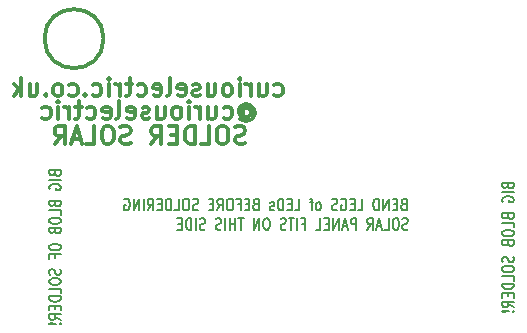
<source format=gbr>
%TF.GenerationSoftware,KiCad,Pcbnew,8.0.3*%
%TF.CreationDate,2024-06-26T10:22:25+01:00*%
%TF.ProjectId,SolderSolar,536f6c64-6572-4536-9f6c-61722e6b6963,rev?*%
%TF.SameCoordinates,PX6350ce0PY463f660*%
%TF.FileFunction,Legend,Bot*%
%TF.FilePolarity,Positive*%
%FSLAX46Y46*%
G04 Gerber Fmt 4.6, Leading zero omitted, Abs format (unit mm)*
G04 Created by KiCad (PCBNEW 8.0.3) date 2024-06-26 10:22:25*
%MOMM*%
%LPD*%
G01*
G04 APERTURE LIST*
%ADD10C,0.150000*%
%ADD11C,0.300000*%
G04 APERTURE END LIST*
D10*
X44635009Y20401905D02*
X44682628Y20287619D01*
X44682628Y20287619D02*
X44730247Y20249524D01*
X44730247Y20249524D02*
X44825485Y20211428D01*
X44825485Y20211428D02*
X44968342Y20211428D01*
X44968342Y20211428D02*
X45063580Y20249524D01*
X45063580Y20249524D02*
X45111200Y20287619D01*
X45111200Y20287619D02*
X45158819Y20363809D01*
X45158819Y20363809D02*
X45158819Y20668571D01*
X45158819Y20668571D02*
X44158819Y20668571D01*
X44158819Y20668571D02*
X44158819Y20401905D01*
X44158819Y20401905D02*
X44206438Y20325714D01*
X44206438Y20325714D02*
X44254057Y20287619D01*
X44254057Y20287619D02*
X44349295Y20249524D01*
X44349295Y20249524D02*
X44444533Y20249524D01*
X44444533Y20249524D02*
X44539771Y20287619D01*
X44539771Y20287619D02*
X44587390Y20325714D01*
X44587390Y20325714D02*
X44635009Y20401905D01*
X44635009Y20401905D02*
X44635009Y20668571D01*
X45158819Y19868571D02*
X44158819Y19868571D01*
X44206438Y19068572D02*
X44158819Y19144762D01*
X44158819Y19144762D02*
X44158819Y19259048D01*
X44158819Y19259048D02*
X44206438Y19373334D01*
X44206438Y19373334D02*
X44301676Y19449524D01*
X44301676Y19449524D02*
X44396914Y19487619D01*
X44396914Y19487619D02*
X44587390Y19525715D01*
X44587390Y19525715D02*
X44730247Y19525715D01*
X44730247Y19525715D02*
X44920723Y19487619D01*
X44920723Y19487619D02*
X45015961Y19449524D01*
X45015961Y19449524D02*
X45111200Y19373334D01*
X45111200Y19373334D02*
X45158819Y19259048D01*
X45158819Y19259048D02*
X45158819Y19182857D01*
X45158819Y19182857D02*
X45111200Y19068572D01*
X45111200Y19068572D02*
X45063580Y19030476D01*
X45063580Y19030476D02*
X44730247Y19030476D01*
X44730247Y19030476D02*
X44730247Y19182857D01*
X44635009Y17811429D02*
X44682628Y17697143D01*
X44682628Y17697143D02*
X44730247Y17659048D01*
X44730247Y17659048D02*
X44825485Y17620952D01*
X44825485Y17620952D02*
X44968342Y17620952D01*
X44968342Y17620952D02*
X45063580Y17659048D01*
X45063580Y17659048D02*
X45111200Y17697143D01*
X45111200Y17697143D02*
X45158819Y17773333D01*
X45158819Y17773333D02*
X45158819Y18078095D01*
X45158819Y18078095D02*
X44158819Y18078095D01*
X44158819Y18078095D02*
X44158819Y17811429D01*
X44158819Y17811429D02*
X44206438Y17735238D01*
X44206438Y17735238D02*
X44254057Y17697143D01*
X44254057Y17697143D02*
X44349295Y17659048D01*
X44349295Y17659048D02*
X44444533Y17659048D01*
X44444533Y17659048D02*
X44539771Y17697143D01*
X44539771Y17697143D02*
X44587390Y17735238D01*
X44587390Y17735238D02*
X44635009Y17811429D01*
X44635009Y17811429D02*
X44635009Y18078095D01*
X45158819Y16897143D02*
X45158819Y17278095D01*
X45158819Y17278095D02*
X44158819Y17278095D01*
X44158819Y16478095D02*
X44158819Y16325714D01*
X44158819Y16325714D02*
X44206438Y16249524D01*
X44206438Y16249524D02*
X44301676Y16173333D01*
X44301676Y16173333D02*
X44492152Y16135238D01*
X44492152Y16135238D02*
X44825485Y16135238D01*
X44825485Y16135238D02*
X45015961Y16173333D01*
X45015961Y16173333D02*
X45111200Y16249524D01*
X45111200Y16249524D02*
X45158819Y16325714D01*
X45158819Y16325714D02*
X45158819Y16478095D01*
X45158819Y16478095D02*
X45111200Y16554286D01*
X45111200Y16554286D02*
X45015961Y16630476D01*
X45015961Y16630476D02*
X44825485Y16668572D01*
X44825485Y16668572D02*
X44492152Y16668572D01*
X44492152Y16668572D02*
X44301676Y16630476D01*
X44301676Y16630476D02*
X44206438Y16554286D01*
X44206438Y16554286D02*
X44158819Y16478095D01*
X44635009Y15525715D02*
X44682628Y15411429D01*
X44682628Y15411429D02*
X44730247Y15373334D01*
X44730247Y15373334D02*
X44825485Y15335238D01*
X44825485Y15335238D02*
X44968342Y15335238D01*
X44968342Y15335238D02*
X45063580Y15373334D01*
X45063580Y15373334D02*
X45111200Y15411429D01*
X45111200Y15411429D02*
X45158819Y15487619D01*
X45158819Y15487619D02*
X45158819Y15792381D01*
X45158819Y15792381D02*
X44158819Y15792381D01*
X44158819Y15792381D02*
X44158819Y15525715D01*
X44158819Y15525715D02*
X44206438Y15449524D01*
X44206438Y15449524D02*
X44254057Y15411429D01*
X44254057Y15411429D02*
X44349295Y15373334D01*
X44349295Y15373334D02*
X44444533Y15373334D01*
X44444533Y15373334D02*
X44539771Y15411429D01*
X44539771Y15411429D02*
X44587390Y15449524D01*
X44587390Y15449524D02*
X44635009Y15525715D01*
X44635009Y15525715D02*
X44635009Y15792381D01*
X45111200Y14420953D02*
X45158819Y14306667D01*
X45158819Y14306667D02*
X45158819Y14116191D01*
X45158819Y14116191D02*
X45111200Y14040000D01*
X45111200Y14040000D02*
X45063580Y14001905D01*
X45063580Y14001905D02*
X44968342Y13963810D01*
X44968342Y13963810D02*
X44873104Y13963810D01*
X44873104Y13963810D02*
X44777866Y14001905D01*
X44777866Y14001905D02*
X44730247Y14040000D01*
X44730247Y14040000D02*
X44682628Y14116191D01*
X44682628Y14116191D02*
X44635009Y14268572D01*
X44635009Y14268572D02*
X44587390Y14344762D01*
X44587390Y14344762D02*
X44539771Y14382857D01*
X44539771Y14382857D02*
X44444533Y14420953D01*
X44444533Y14420953D02*
X44349295Y14420953D01*
X44349295Y14420953D02*
X44254057Y14382857D01*
X44254057Y14382857D02*
X44206438Y14344762D01*
X44206438Y14344762D02*
X44158819Y14268572D01*
X44158819Y14268572D02*
X44158819Y14078095D01*
X44158819Y14078095D02*
X44206438Y13963810D01*
X44158819Y13468571D02*
X44158819Y13316190D01*
X44158819Y13316190D02*
X44206438Y13240000D01*
X44206438Y13240000D02*
X44301676Y13163809D01*
X44301676Y13163809D02*
X44492152Y13125714D01*
X44492152Y13125714D02*
X44825485Y13125714D01*
X44825485Y13125714D02*
X45015961Y13163809D01*
X45015961Y13163809D02*
X45111200Y13240000D01*
X45111200Y13240000D02*
X45158819Y13316190D01*
X45158819Y13316190D02*
X45158819Y13468571D01*
X45158819Y13468571D02*
X45111200Y13544762D01*
X45111200Y13544762D02*
X45015961Y13620952D01*
X45015961Y13620952D02*
X44825485Y13659048D01*
X44825485Y13659048D02*
X44492152Y13659048D01*
X44492152Y13659048D02*
X44301676Y13620952D01*
X44301676Y13620952D02*
X44206438Y13544762D01*
X44206438Y13544762D02*
X44158819Y13468571D01*
X45158819Y12401905D02*
X45158819Y12782857D01*
X45158819Y12782857D02*
X44158819Y12782857D01*
X45158819Y12135238D02*
X44158819Y12135238D01*
X44158819Y12135238D02*
X44158819Y11944762D01*
X44158819Y11944762D02*
X44206438Y11830476D01*
X44206438Y11830476D02*
X44301676Y11754286D01*
X44301676Y11754286D02*
X44396914Y11716191D01*
X44396914Y11716191D02*
X44587390Y11678095D01*
X44587390Y11678095D02*
X44730247Y11678095D01*
X44730247Y11678095D02*
X44920723Y11716191D01*
X44920723Y11716191D02*
X45015961Y11754286D01*
X45015961Y11754286D02*
X45111200Y11830476D01*
X45111200Y11830476D02*
X45158819Y11944762D01*
X45158819Y11944762D02*
X45158819Y12135238D01*
X44635009Y11335238D02*
X44635009Y11068572D01*
X45158819Y10954286D02*
X45158819Y11335238D01*
X45158819Y11335238D02*
X44158819Y11335238D01*
X44158819Y11335238D02*
X44158819Y10954286D01*
X45158819Y10154285D02*
X44682628Y10420952D01*
X45158819Y10611428D02*
X44158819Y10611428D01*
X44158819Y10611428D02*
X44158819Y10306666D01*
X44158819Y10306666D02*
X44206438Y10230476D01*
X44206438Y10230476D02*
X44254057Y10192381D01*
X44254057Y10192381D02*
X44349295Y10154285D01*
X44349295Y10154285D02*
X44492152Y10154285D01*
X44492152Y10154285D02*
X44587390Y10192381D01*
X44587390Y10192381D02*
X44635009Y10230476D01*
X44635009Y10230476D02*
X44682628Y10306666D01*
X44682628Y10306666D02*
X44682628Y10611428D01*
X45063580Y9811428D02*
X45111200Y9773333D01*
X45111200Y9773333D02*
X45158819Y9811428D01*
X45158819Y9811428D02*
X45111200Y9849524D01*
X45111200Y9849524D02*
X45063580Y9811428D01*
X45063580Y9811428D02*
X45158819Y9811428D01*
X44777866Y9811428D02*
X44206438Y9849524D01*
X44206438Y9849524D02*
X44158819Y9811428D01*
X44158819Y9811428D02*
X44206438Y9773333D01*
X44206438Y9773333D02*
X44777866Y9811428D01*
X44777866Y9811428D02*
X44158819Y9811428D01*
X35825239Y18864991D02*
X35710953Y18817372D01*
X35710953Y18817372D02*
X35672858Y18769753D01*
X35672858Y18769753D02*
X35634762Y18674515D01*
X35634762Y18674515D02*
X35634762Y18531658D01*
X35634762Y18531658D02*
X35672858Y18436420D01*
X35672858Y18436420D02*
X35710953Y18388800D01*
X35710953Y18388800D02*
X35787143Y18341181D01*
X35787143Y18341181D02*
X36091905Y18341181D01*
X36091905Y18341181D02*
X36091905Y19341181D01*
X36091905Y19341181D02*
X35825239Y19341181D01*
X35825239Y19341181D02*
X35749048Y19293562D01*
X35749048Y19293562D02*
X35710953Y19245943D01*
X35710953Y19245943D02*
X35672858Y19150705D01*
X35672858Y19150705D02*
X35672858Y19055467D01*
X35672858Y19055467D02*
X35710953Y18960229D01*
X35710953Y18960229D02*
X35749048Y18912610D01*
X35749048Y18912610D02*
X35825239Y18864991D01*
X35825239Y18864991D02*
X36091905Y18864991D01*
X35291905Y18864991D02*
X35025239Y18864991D01*
X34910953Y18341181D02*
X35291905Y18341181D01*
X35291905Y18341181D02*
X35291905Y19341181D01*
X35291905Y19341181D02*
X34910953Y19341181D01*
X34568095Y18341181D02*
X34568095Y19341181D01*
X34568095Y19341181D02*
X34110952Y18341181D01*
X34110952Y18341181D02*
X34110952Y19341181D01*
X33730000Y18341181D02*
X33730000Y19341181D01*
X33730000Y19341181D02*
X33539524Y19341181D01*
X33539524Y19341181D02*
X33425238Y19293562D01*
X33425238Y19293562D02*
X33349048Y19198324D01*
X33349048Y19198324D02*
X33310953Y19103086D01*
X33310953Y19103086D02*
X33272857Y18912610D01*
X33272857Y18912610D02*
X33272857Y18769753D01*
X33272857Y18769753D02*
X33310953Y18579277D01*
X33310953Y18579277D02*
X33349048Y18484039D01*
X33349048Y18484039D02*
X33425238Y18388800D01*
X33425238Y18388800D02*
X33539524Y18341181D01*
X33539524Y18341181D02*
X33730000Y18341181D01*
X31939524Y18341181D02*
X32320476Y18341181D01*
X32320476Y18341181D02*
X32320476Y19341181D01*
X31672857Y18864991D02*
X31406191Y18864991D01*
X31291905Y18341181D02*
X31672857Y18341181D01*
X31672857Y18341181D02*
X31672857Y19341181D01*
X31672857Y19341181D02*
X31291905Y19341181D01*
X30530000Y19293562D02*
X30606190Y19341181D01*
X30606190Y19341181D02*
X30720476Y19341181D01*
X30720476Y19341181D02*
X30834762Y19293562D01*
X30834762Y19293562D02*
X30910952Y19198324D01*
X30910952Y19198324D02*
X30949047Y19103086D01*
X30949047Y19103086D02*
X30987143Y18912610D01*
X30987143Y18912610D02*
X30987143Y18769753D01*
X30987143Y18769753D02*
X30949047Y18579277D01*
X30949047Y18579277D02*
X30910952Y18484039D01*
X30910952Y18484039D02*
X30834762Y18388800D01*
X30834762Y18388800D02*
X30720476Y18341181D01*
X30720476Y18341181D02*
X30644285Y18341181D01*
X30644285Y18341181D02*
X30530000Y18388800D01*
X30530000Y18388800D02*
X30491904Y18436420D01*
X30491904Y18436420D02*
X30491904Y18769753D01*
X30491904Y18769753D02*
X30644285Y18769753D01*
X30187143Y18388800D02*
X30072857Y18341181D01*
X30072857Y18341181D02*
X29882381Y18341181D01*
X29882381Y18341181D02*
X29806190Y18388800D01*
X29806190Y18388800D02*
X29768095Y18436420D01*
X29768095Y18436420D02*
X29730000Y18531658D01*
X29730000Y18531658D02*
X29730000Y18626896D01*
X29730000Y18626896D02*
X29768095Y18722134D01*
X29768095Y18722134D02*
X29806190Y18769753D01*
X29806190Y18769753D02*
X29882381Y18817372D01*
X29882381Y18817372D02*
X30034762Y18864991D01*
X30034762Y18864991D02*
X30110952Y18912610D01*
X30110952Y18912610D02*
X30149047Y18960229D01*
X30149047Y18960229D02*
X30187143Y19055467D01*
X30187143Y19055467D02*
X30187143Y19150705D01*
X30187143Y19150705D02*
X30149047Y19245943D01*
X30149047Y19245943D02*
X30110952Y19293562D01*
X30110952Y19293562D02*
X30034762Y19341181D01*
X30034762Y19341181D02*
X29844285Y19341181D01*
X29844285Y19341181D02*
X29730000Y19293562D01*
X28663333Y18341181D02*
X28739523Y18388800D01*
X28739523Y18388800D02*
X28777618Y18436420D01*
X28777618Y18436420D02*
X28815714Y18531658D01*
X28815714Y18531658D02*
X28815714Y18817372D01*
X28815714Y18817372D02*
X28777618Y18912610D01*
X28777618Y18912610D02*
X28739523Y18960229D01*
X28739523Y18960229D02*
X28663333Y19007848D01*
X28663333Y19007848D02*
X28549047Y19007848D01*
X28549047Y19007848D02*
X28472856Y18960229D01*
X28472856Y18960229D02*
X28434761Y18912610D01*
X28434761Y18912610D02*
X28396666Y18817372D01*
X28396666Y18817372D02*
X28396666Y18531658D01*
X28396666Y18531658D02*
X28434761Y18436420D01*
X28434761Y18436420D02*
X28472856Y18388800D01*
X28472856Y18388800D02*
X28549047Y18341181D01*
X28549047Y18341181D02*
X28663333Y18341181D01*
X28168094Y19007848D02*
X27863332Y19007848D01*
X28053808Y18341181D02*
X28053808Y19198324D01*
X28053808Y19198324D02*
X28015713Y19293562D01*
X28015713Y19293562D02*
X27939523Y19341181D01*
X27939523Y19341181D02*
X27863332Y19341181D01*
X26606189Y18341181D02*
X26987141Y18341181D01*
X26987141Y18341181D02*
X26987141Y19341181D01*
X26339522Y18864991D02*
X26072856Y18864991D01*
X25958570Y18341181D02*
X26339522Y18341181D01*
X26339522Y18341181D02*
X26339522Y19341181D01*
X26339522Y19341181D02*
X25958570Y19341181D01*
X25615712Y18341181D02*
X25615712Y19341181D01*
X25615712Y19341181D02*
X25425236Y19341181D01*
X25425236Y19341181D02*
X25310950Y19293562D01*
X25310950Y19293562D02*
X25234760Y19198324D01*
X25234760Y19198324D02*
X25196665Y19103086D01*
X25196665Y19103086D02*
X25158569Y18912610D01*
X25158569Y18912610D02*
X25158569Y18769753D01*
X25158569Y18769753D02*
X25196665Y18579277D01*
X25196665Y18579277D02*
X25234760Y18484039D01*
X25234760Y18484039D02*
X25310950Y18388800D01*
X25310950Y18388800D02*
X25425236Y18341181D01*
X25425236Y18341181D02*
X25615712Y18341181D01*
X24853808Y18388800D02*
X24777617Y18341181D01*
X24777617Y18341181D02*
X24625236Y18341181D01*
X24625236Y18341181D02*
X24549046Y18388800D01*
X24549046Y18388800D02*
X24510950Y18484039D01*
X24510950Y18484039D02*
X24510950Y18531658D01*
X24510950Y18531658D02*
X24549046Y18626896D01*
X24549046Y18626896D02*
X24625236Y18674515D01*
X24625236Y18674515D02*
X24739522Y18674515D01*
X24739522Y18674515D02*
X24815712Y18722134D01*
X24815712Y18722134D02*
X24853808Y18817372D01*
X24853808Y18817372D02*
X24853808Y18864991D01*
X24853808Y18864991D02*
X24815712Y18960229D01*
X24815712Y18960229D02*
X24739522Y19007848D01*
X24739522Y19007848D02*
X24625236Y19007848D01*
X24625236Y19007848D02*
X24549046Y18960229D01*
X23291903Y18864991D02*
X23177617Y18817372D01*
X23177617Y18817372D02*
X23139522Y18769753D01*
X23139522Y18769753D02*
X23101426Y18674515D01*
X23101426Y18674515D02*
X23101426Y18531658D01*
X23101426Y18531658D02*
X23139522Y18436420D01*
X23139522Y18436420D02*
X23177617Y18388800D01*
X23177617Y18388800D02*
X23253807Y18341181D01*
X23253807Y18341181D02*
X23558569Y18341181D01*
X23558569Y18341181D02*
X23558569Y19341181D01*
X23558569Y19341181D02*
X23291903Y19341181D01*
X23291903Y19341181D02*
X23215712Y19293562D01*
X23215712Y19293562D02*
X23177617Y19245943D01*
X23177617Y19245943D02*
X23139522Y19150705D01*
X23139522Y19150705D02*
X23139522Y19055467D01*
X23139522Y19055467D02*
X23177617Y18960229D01*
X23177617Y18960229D02*
X23215712Y18912610D01*
X23215712Y18912610D02*
X23291903Y18864991D01*
X23291903Y18864991D02*
X23558569Y18864991D01*
X22758569Y18864991D02*
X22491903Y18864991D01*
X22377617Y18341181D02*
X22758569Y18341181D01*
X22758569Y18341181D02*
X22758569Y19341181D01*
X22758569Y19341181D02*
X22377617Y19341181D01*
X21768093Y18864991D02*
X22034759Y18864991D01*
X22034759Y18341181D02*
X22034759Y19341181D01*
X22034759Y19341181D02*
X21653807Y19341181D01*
X21196664Y19341181D02*
X21044283Y19341181D01*
X21044283Y19341181D02*
X20968093Y19293562D01*
X20968093Y19293562D02*
X20891902Y19198324D01*
X20891902Y19198324D02*
X20853807Y19007848D01*
X20853807Y19007848D02*
X20853807Y18674515D01*
X20853807Y18674515D02*
X20891902Y18484039D01*
X20891902Y18484039D02*
X20968093Y18388800D01*
X20968093Y18388800D02*
X21044283Y18341181D01*
X21044283Y18341181D02*
X21196664Y18341181D01*
X21196664Y18341181D02*
X21272855Y18388800D01*
X21272855Y18388800D02*
X21349045Y18484039D01*
X21349045Y18484039D02*
X21387141Y18674515D01*
X21387141Y18674515D02*
X21387141Y19007848D01*
X21387141Y19007848D02*
X21349045Y19198324D01*
X21349045Y19198324D02*
X21272855Y19293562D01*
X21272855Y19293562D02*
X21196664Y19341181D01*
X20053807Y18341181D02*
X20320474Y18817372D01*
X20510950Y18341181D02*
X20510950Y19341181D01*
X20510950Y19341181D02*
X20206188Y19341181D01*
X20206188Y19341181D02*
X20129998Y19293562D01*
X20129998Y19293562D02*
X20091903Y19245943D01*
X20091903Y19245943D02*
X20053807Y19150705D01*
X20053807Y19150705D02*
X20053807Y19007848D01*
X20053807Y19007848D02*
X20091903Y18912610D01*
X20091903Y18912610D02*
X20129998Y18864991D01*
X20129998Y18864991D02*
X20206188Y18817372D01*
X20206188Y18817372D02*
X20510950Y18817372D01*
X19710950Y18864991D02*
X19444284Y18864991D01*
X19329998Y18341181D02*
X19710950Y18341181D01*
X19710950Y18341181D02*
X19710950Y19341181D01*
X19710950Y19341181D02*
X19329998Y19341181D01*
X18415712Y18388800D02*
X18301426Y18341181D01*
X18301426Y18341181D02*
X18110950Y18341181D01*
X18110950Y18341181D02*
X18034759Y18388800D01*
X18034759Y18388800D02*
X17996664Y18436420D01*
X17996664Y18436420D02*
X17958569Y18531658D01*
X17958569Y18531658D02*
X17958569Y18626896D01*
X17958569Y18626896D02*
X17996664Y18722134D01*
X17996664Y18722134D02*
X18034759Y18769753D01*
X18034759Y18769753D02*
X18110950Y18817372D01*
X18110950Y18817372D02*
X18263331Y18864991D01*
X18263331Y18864991D02*
X18339521Y18912610D01*
X18339521Y18912610D02*
X18377616Y18960229D01*
X18377616Y18960229D02*
X18415712Y19055467D01*
X18415712Y19055467D02*
X18415712Y19150705D01*
X18415712Y19150705D02*
X18377616Y19245943D01*
X18377616Y19245943D02*
X18339521Y19293562D01*
X18339521Y19293562D02*
X18263331Y19341181D01*
X18263331Y19341181D02*
X18072854Y19341181D01*
X18072854Y19341181D02*
X17958569Y19293562D01*
X17463330Y19341181D02*
X17310949Y19341181D01*
X17310949Y19341181D02*
X17234759Y19293562D01*
X17234759Y19293562D02*
X17158568Y19198324D01*
X17158568Y19198324D02*
X17120473Y19007848D01*
X17120473Y19007848D02*
X17120473Y18674515D01*
X17120473Y18674515D02*
X17158568Y18484039D01*
X17158568Y18484039D02*
X17234759Y18388800D01*
X17234759Y18388800D02*
X17310949Y18341181D01*
X17310949Y18341181D02*
X17463330Y18341181D01*
X17463330Y18341181D02*
X17539521Y18388800D01*
X17539521Y18388800D02*
X17615711Y18484039D01*
X17615711Y18484039D02*
X17653807Y18674515D01*
X17653807Y18674515D02*
X17653807Y19007848D01*
X17653807Y19007848D02*
X17615711Y19198324D01*
X17615711Y19198324D02*
X17539521Y19293562D01*
X17539521Y19293562D02*
X17463330Y19341181D01*
X16396664Y18341181D02*
X16777616Y18341181D01*
X16777616Y18341181D02*
X16777616Y19341181D01*
X16129997Y18341181D02*
X16129997Y19341181D01*
X16129997Y19341181D02*
X15939521Y19341181D01*
X15939521Y19341181D02*
X15825235Y19293562D01*
X15825235Y19293562D02*
X15749045Y19198324D01*
X15749045Y19198324D02*
X15710950Y19103086D01*
X15710950Y19103086D02*
X15672854Y18912610D01*
X15672854Y18912610D02*
X15672854Y18769753D01*
X15672854Y18769753D02*
X15710950Y18579277D01*
X15710950Y18579277D02*
X15749045Y18484039D01*
X15749045Y18484039D02*
X15825235Y18388800D01*
X15825235Y18388800D02*
X15939521Y18341181D01*
X15939521Y18341181D02*
X16129997Y18341181D01*
X15329997Y18864991D02*
X15063331Y18864991D01*
X14949045Y18341181D02*
X15329997Y18341181D01*
X15329997Y18341181D02*
X15329997Y19341181D01*
X15329997Y19341181D02*
X14949045Y19341181D01*
X14149044Y18341181D02*
X14415711Y18817372D01*
X14606187Y18341181D02*
X14606187Y19341181D01*
X14606187Y19341181D02*
X14301425Y19341181D01*
X14301425Y19341181D02*
X14225235Y19293562D01*
X14225235Y19293562D02*
X14187140Y19245943D01*
X14187140Y19245943D02*
X14149044Y19150705D01*
X14149044Y19150705D02*
X14149044Y19007848D01*
X14149044Y19007848D02*
X14187140Y18912610D01*
X14187140Y18912610D02*
X14225235Y18864991D01*
X14225235Y18864991D02*
X14301425Y18817372D01*
X14301425Y18817372D02*
X14606187Y18817372D01*
X13806187Y18341181D02*
X13806187Y19341181D01*
X13425235Y18341181D02*
X13425235Y19341181D01*
X13425235Y19341181D02*
X12968092Y18341181D01*
X12968092Y18341181D02*
X12968092Y19341181D01*
X12168093Y19293562D02*
X12244283Y19341181D01*
X12244283Y19341181D02*
X12358569Y19341181D01*
X12358569Y19341181D02*
X12472855Y19293562D01*
X12472855Y19293562D02*
X12549045Y19198324D01*
X12549045Y19198324D02*
X12587140Y19103086D01*
X12587140Y19103086D02*
X12625236Y18912610D01*
X12625236Y18912610D02*
X12625236Y18769753D01*
X12625236Y18769753D02*
X12587140Y18579277D01*
X12587140Y18579277D02*
X12549045Y18484039D01*
X12549045Y18484039D02*
X12472855Y18388800D01*
X12472855Y18388800D02*
X12358569Y18341181D01*
X12358569Y18341181D02*
X12282378Y18341181D01*
X12282378Y18341181D02*
X12168093Y18388800D01*
X12168093Y18388800D02*
X12129997Y18436420D01*
X12129997Y18436420D02*
X12129997Y18769753D01*
X12129997Y18769753D02*
X12282378Y18769753D01*
D11*
X22422428Y24031100D02*
X22208143Y23959672D01*
X22208143Y23959672D02*
X21851000Y23959672D01*
X21851000Y23959672D02*
X21708143Y24031100D01*
X21708143Y24031100D02*
X21636714Y24102529D01*
X21636714Y24102529D02*
X21565285Y24245386D01*
X21565285Y24245386D02*
X21565285Y24388243D01*
X21565285Y24388243D02*
X21636714Y24531100D01*
X21636714Y24531100D02*
X21708143Y24602529D01*
X21708143Y24602529D02*
X21851000Y24673958D01*
X21851000Y24673958D02*
X22136714Y24745386D01*
X22136714Y24745386D02*
X22279571Y24816815D01*
X22279571Y24816815D02*
X22351000Y24888243D01*
X22351000Y24888243D02*
X22422428Y25031100D01*
X22422428Y25031100D02*
X22422428Y25173958D01*
X22422428Y25173958D02*
X22351000Y25316815D01*
X22351000Y25316815D02*
X22279571Y25388243D01*
X22279571Y25388243D02*
X22136714Y25459672D01*
X22136714Y25459672D02*
X21779571Y25459672D01*
X21779571Y25459672D02*
X21565285Y25388243D01*
X20636714Y25459672D02*
X20351000Y25459672D01*
X20351000Y25459672D02*
X20208143Y25388243D01*
X20208143Y25388243D02*
X20065286Y25245386D01*
X20065286Y25245386D02*
X19993857Y24959672D01*
X19993857Y24959672D02*
X19993857Y24459672D01*
X19993857Y24459672D02*
X20065286Y24173958D01*
X20065286Y24173958D02*
X20208143Y24031100D01*
X20208143Y24031100D02*
X20351000Y23959672D01*
X20351000Y23959672D02*
X20636714Y23959672D01*
X20636714Y23959672D02*
X20779572Y24031100D01*
X20779572Y24031100D02*
X20922429Y24173958D01*
X20922429Y24173958D02*
X20993857Y24459672D01*
X20993857Y24459672D02*
X20993857Y24959672D01*
X20993857Y24959672D02*
X20922429Y25245386D01*
X20922429Y25245386D02*
X20779572Y25388243D01*
X20779572Y25388243D02*
X20636714Y25459672D01*
X18636714Y23959672D02*
X19351000Y23959672D01*
X19351000Y23959672D02*
X19351000Y25459672D01*
X18136714Y23959672D02*
X18136714Y25459672D01*
X18136714Y25459672D02*
X17779571Y25459672D01*
X17779571Y25459672D02*
X17565285Y25388243D01*
X17565285Y25388243D02*
X17422428Y25245386D01*
X17422428Y25245386D02*
X17350999Y25102529D01*
X17350999Y25102529D02*
X17279571Y24816815D01*
X17279571Y24816815D02*
X17279571Y24602529D01*
X17279571Y24602529D02*
X17350999Y24316815D01*
X17350999Y24316815D02*
X17422428Y24173958D01*
X17422428Y24173958D02*
X17565285Y24031100D01*
X17565285Y24031100D02*
X17779571Y23959672D01*
X17779571Y23959672D02*
X18136714Y23959672D01*
X16636714Y24745386D02*
X16136714Y24745386D01*
X15922428Y23959672D02*
X16636714Y23959672D01*
X16636714Y23959672D02*
X16636714Y25459672D01*
X16636714Y25459672D02*
X15922428Y25459672D01*
X14422428Y23959672D02*
X14922428Y24673958D01*
X15279571Y23959672D02*
X15279571Y25459672D01*
X15279571Y25459672D02*
X14708142Y25459672D01*
X14708142Y25459672D02*
X14565285Y25388243D01*
X14565285Y25388243D02*
X14493856Y25316815D01*
X14493856Y25316815D02*
X14422428Y25173958D01*
X14422428Y25173958D02*
X14422428Y24959672D01*
X14422428Y24959672D02*
X14493856Y24816815D01*
X14493856Y24816815D02*
X14565285Y24745386D01*
X14565285Y24745386D02*
X14708142Y24673958D01*
X14708142Y24673958D02*
X15279571Y24673958D01*
X12708142Y24031100D02*
X12493857Y23959672D01*
X12493857Y23959672D02*
X12136714Y23959672D01*
X12136714Y23959672D02*
X11993857Y24031100D01*
X11993857Y24031100D02*
X11922428Y24102529D01*
X11922428Y24102529D02*
X11850999Y24245386D01*
X11850999Y24245386D02*
X11850999Y24388243D01*
X11850999Y24388243D02*
X11922428Y24531100D01*
X11922428Y24531100D02*
X11993857Y24602529D01*
X11993857Y24602529D02*
X12136714Y24673958D01*
X12136714Y24673958D02*
X12422428Y24745386D01*
X12422428Y24745386D02*
X12565285Y24816815D01*
X12565285Y24816815D02*
X12636714Y24888243D01*
X12636714Y24888243D02*
X12708142Y25031100D01*
X12708142Y25031100D02*
X12708142Y25173958D01*
X12708142Y25173958D02*
X12636714Y25316815D01*
X12636714Y25316815D02*
X12565285Y25388243D01*
X12565285Y25388243D02*
X12422428Y25459672D01*
X12422428Y25459672D02*
X12065285Y25459672D01*
X12065285Y25459672D02*
X11850999Y25388243D01*
X10922428Y25459672D02*
X10636714Y25459672D01*
X10636714Y25459672D02*
X10493857Y25388243D01*
X10493857Y25388243D02*
X10351000Y25245386D01*
X10351000Y25245386D02*
X10279571Y24959672D01*
X10279571Y24959672D02*
X10279571Y24459672D01*
X10279571Y24459672D02*
X10351000Y24173958D01*
X10351000Y24173958D02*
X10493857Y24031100D01*
X10493857Y24031100D02*
X10636714Y23959672D01*
X10636714Y23959672D02*
X10922428Y23959672D01*
X10922428Y23959672D02*
X11065286Y24031100D01*
X11065286Y24031100D02*
X11208143Y24173958D01*
X11208143Y24173958D02*
X11279571Y24459672D01*
X11279571Y24459672D02*
X11279571Y24959672D01*
X11279571Y24959672D02*
X11208143Y25245386D01*
X11208143Y25245386D02*
X11065286Y25388243D01*
X11065286Y25388243D02*
X10922428Y25459672D01*
X8922428Y23959672D02*
X9636714Y23959672D01*
X9636714Y23959672D02*
X9636714Y25459672D01*
X8493856Y24388243D02*
X7779571Y24388243D01*
X8636713Y23959672D02*
X8136713Y25459672D01*
X8136713Y25459672D02*
X7636713Y23959672D01*
X6279571Y23959672D02*
X6779571Y24673958D01*
X7136714Y23959672D02*
X7136714Y25459672D01*
X7136714Y25459672D02*
X6565285Y25459672D01*
X6565285Y25459672D02*
X6422428Y25388243D01*
X6422428Y25388243D02*
X6350999Y25316815D01*
X6350999Y25316815D02*
X6279571Y25173958D01*
X6279571Y25173958D02*
X6279571Y24959672D01*
X6279571Y24959672D02*
X6350999Y24816815D01*
X6350999Y24816815D02*
X6422428Y24745386D01*
X6422428Y24745386D02*
X6565285Y24673958D01*
X6565285Y24673958D02*
X7136714Y24673958D01*
X24866857Y28095100D02*
X25009714Y28023672D01*
X25009714Y28023672D02*
X25295428Y28023672D01*
X25295428Y28023672D02*
X25438285Y28095100D01*
X25438285Y28095100D02*
X25509714Y28166529D01*
X25509714Y28166529D02*
X25581142Y28309386D01*
X25581142Y28309386D02*
X25581142Y28737958D01*
X25581142Y28737958D02*
X25509714Y28880815D01*
X25509714Y28880815D02*
X25438285Y28952243D01*
X25438285Y28952243D02*
X25295428Y29023672D01*
X25295428Y29023672D02*
X25009714Y29023672D01*
X25009714Y29023672D02*
X24866857Y28952243D01*
X23581143Y29023672D02*
X23581143Y28023672D01*
X24224000Y29023672D02*
X24224000Y28237958D01*
X24224000Y28237958D02*
X24152571Y28095100D01*
X24152571Y28095100D02*
X24009714Y28023672D01*
X24009714Y28023672D02*
X23795428Y28023672D01*
X23795428Y28023672D02*
X23652571Y28095100D01*
X23652571Y28095100D02*
X23581143Y28166529D01*
X22866857Y28023672D02*
X22866857Y29023672D01*
X22866857Y28737958D02*
X22795428Y28880815D01*
X22795428Y28880815D02*
X22724000Y28952243D01*
X22724000Y28952243D02*
X22581142Y29023672D01*
X22581142Y29023672D02*
X22438285Y29023672D01*
X21938286Y28023672D02*
X21938286Y29023672D01*
X21938286Y29523672D02*
X22009714Y29452243D01*
X22009714Y29452243D02*
X21938286Y29380815D01*
X21938286Y29380815D02*
X21866857Y29452243D01*
X21866857Y29452243D02*
X21938286Y29523672D01*
X21938286Y29523672D02*
X21938286Y29380815D01*
X21009714Y28023672D02*
X21152571Y28095100D01*
X21152571Y28095100D02*
X21224000Y28166529D01*
X21224000Y28166529D02*
X21295428Y28309386D01*
X21295428Y28309386D02*
X21295428Y28737958D01*
X21295428Y28737958D02*
X21224000Y28880815D01*
X21224000Y28880815D02*
X21152571Y28952243D01*
X21152571Y28952243D02*
X21009714Y29023672D01*
X21009714Y29023672D02*
X20795428Y29023672D01*
X20795428Y29023672D02*
X20652571Y28952243D01*
X20652571Y28952243D02*
X20581143Y28880815D01*
X20581143Y28880815D02*
X20509714Y28737958D01*
X20509714Y28737958D02*
X20509714Y28309386D01*
X20509714Y28309386D02*
X20581143Y28166529D01*
X20581143Y28166529D02*
X20652571Y28095100D01*
X20652571Y28095100D02*
X20795428Y28023672D01*
X20795428Y28023672D02*
X21009714Y28023672D01*
X19224000Y29023672D02*
X19224000Y28023672D01*
X19866857Y29023672D02*
X19866857Y28237958D01*
X19866857Y28237958D02*
X19795428Y28095100D01*
X19795428Y28095100D02*
X19652571Y28023672D01*
X19652571Y28023672D02*
X19438285Y28023672D01*
X19438285Y28023672D02*
X19295428Y28095100D01*
X19295428Y28095100D02*
X19224000Y28166529D01*
X18581142Y28095100D02*
X18438285Y28023672D01*
X18438285Y28023672D02*
X18152571Y28023672D01*
X18152571Y28023672D02*
X18009714Y28095100D01*
X18009714Y28095100D02*
X17938285Y28237958D01*
X17938285Y28237958D02*
X17938285Y28309386D01*
X17938285Y28309386D02*
X18009714Y28452243D01*
X18009714Y28452243D02*
X18152571Y28523672D01*
X18152571Y28523672D02*
X18366857Y28523672D01*
X18366857Y28523672D02*
X18509714Y28595100D01*
X18509714Y28595100D02*
X18581142Y28737958D01*
X18581142Y28737958D02*
X18581142Y28809386D01*
X18581142Y28809386D02*
X18509714Y28952243D01*
X18509714Y28952243D02*
X18366857Y29023672D01*
X18366857Y29023672D02*
X18152571Y29023672D01*
X18152571Y29023672D02*
X18009714Y28952243D01*
X16723999Y28095100D02*
X16866856Y28023672D01*
X16866856Y28023672D02*
X17152571Y28023672D01*
X17152571Y28023672D02*
X17295428Y28095100D01*
X17295428Y28095100D02*
X17366856Y28237958D01*
X17366856Y28237958D02*
X17366856Y28809386D01*
X17366856Y28809386D02*
X17295428Y28952243D01*
X17295428Y28952243D02*
X17152571Y29023672D01*
X17152571Y29023672D02*
X16866856Y29023672D01*
X16866856Y29023672D02*
X16723999Y28952243D01*
X16723999Y28952243D02*
X16652571Y28809386D01*
X16652571Y28809386D02*
X16652571Y28666529D01*
X16652571Y28666529D02*
X17366856Y28523672D01*
X15795428Y28023672D02*
X15938285Y28095100D01*
X15938285Y28095100D02*
X16009714Y28237958D01*
X16009714Y28237958D02*
X16009714Y29523672D01*
X14652571Y28095100D02*
X14795428Y28023672D01*
X14795428Y28023672D02*
X15081143Y28023672D01*
X15081143Y28023672D02*
X15224000Y28095100D01*
X15224000Y28095100D02*
X15295428Y28237958D01*
X15295428Y28237958D02*
X15295428Y28809386D01*
X15295428Y28809386D02*
X15224000Y28952243D01*
X15224000Y28952243D02*
X15081143Y29023672D01*
X15081143Y29023672D02*
X14795428Y29023672D01*
X14795428Y29023672D02*
X14652571Y28952243D01*
X14652571Y28952243D02*
X14581143Y28809386D01*
X14581143Y28809386D02*
X14581143Y28666529D01*
X14581143Y28666529D02*
X15295428Y28523672D01*
X13295429Y28095100D02*
X13438286Y28023672D01*
X13438286Y28023672D02*
X13724000Y28023672D01*
X13724000Y28023672D02*
X13866857Y28095100D01*
X13866857Y28095100D02*
X13938286Y28166529D01*
X13938286Y28166529D02*
X14009714Y28309386D01*
X14009714Y28309386D02*
X14009714Y28737958D01*
X14009714Y28737958D02*
X13938286Y28880815D01*
X13938286Y28880815D02*
X13866857Y28952243D01*
X13866857Y28952243D02*
X13724000Y29023672D01*
X13724000Y29023672D02*
X13438286Y29023672D01*
X13438286Y29023672D02*
X13295429Y28952243D01*
X12866857Y29023672D02*
X12295429Y29023672D01*
X12652572Y29523672D02*
X12652572Y28237958D01*
X12652572Y28237958D02*
X12581143Y28095100D01*
X12581143Y28095100D02*
X12438286Y28023672D01*
X12438286Y28023672D02*
X12295429Y28023672D01*
X11795429Y28023672D02*
X11795429Y29023672D01*
X11795429Y28737958D02*
X11724000Y28880815D01*
X11724000Y28880815D02*
X11652572Y28952243D01*
X11652572Y28952243D02*
X11509714Y29023672D01*
X11509714Y29023672D02*
X11366857Y29023672D01*
X10866858Y28023672D02*
X10866858Y29023672D01*
X10866858Y29523672D02*
X10938286Y29452243D01*
X10938286Y29452243D02*
X10866858Y29380815D01*
X10866858Y29380815D02*
X10795429Y29452243D01*
X10795429Y29452243D02*
X10866858Y29523672D01*
X10866858Y29523672D02*
X10866858Y29380815D01*
X9509715Y28095100D02*
X9652572Y28023672D01*
X9652572Y28023672D02*
X9938286Y28023672D01*
X9938286Y28023672D02*
X10081143Y28095100D01*
X10081143Y28095100D02*
X10152572Y28166529D01*
X10152572Y28166529D02*
X10224000Y28309386D01*
X10224000Y28309386D02*
X10224000Y28737958D01*
X10224000Y28737958D02*
X10152572Y28880815D01*
X10152572Y28880815D02*
X10081143Y28952243D01*
X10081143Y28952243D02*
X9938286Y29023672D01*
X9938286Y29023672D02*
X9652572Y29023672D01*
X9652572Y29023672D02*
X9509715Y28952243D01*
X8866858Y28166529D02*
X8795429Y28095100D01*
X8795429Y28095100D02*
X8866858Y28023672D01*
X8866858Y28023672D02*
X8938286Y28095100D01*
X8938286Y28095100D02*
X8866858Y28166529D01*
X8866858Y28166529D02*
X8866858Y28023672D01*
X7509715Y28095100D02*
X7652572Y28023672D01*
X7652572Y28023672D02*
X7938286Y28023672D01*
X7938286Y28023672D02*
X8081143Y28095100D01*
X8081143Y28095100D02*
X8152572Y28166529D01*
X8152572Y28166529D02*
X8224000Y28309386D01*
X8224000Y28309386D02*
X8224000Y28737958D01*
X8224000Y28737958D02*
X8152572Y28880815D01*
X8152572Y28880815D02*
X8081143Y28952243D01*
X8081143Y28952243D02*
X7938286Y29023672D01*
X7938286Y29023672D02*
X7652572Y29023672D01*
X7652572Y29023672D02*
X7509715Y28952243D01*
X6652572Y28023672D02*
X6795429Y28095100D01*
X6795429Y28095100D02*
X6866858Y28166529D01*
X6866858Y28166529D02*
X6938286Y28309386D01*
X6938286Y28309386D02*
X6938286Y28737958D01*
X6938286Y28737958D02*
X6866858Y28880815D01*
X6866858Y28880815D02*
X6795429Y28952243D01*
X6795429Y28952243D02*
X6652572Y29023672D01*
X6652572Y29023672D02*
X6438286Y29023672D01*
X6438286Y29023672D02*
X6295429Y28952243D01*
X6295429Y28952243D02*
X6224001Y28880815D01*
X6224001Y28880815D02*
X6152572Y28737958D01*
X6152572Y28737958D02*
X6152572Y28309386D01*
X6152572Y28309386D02*
X6224001Y28166529D01*
X6224001Y28166529D02*
X6295429Y28095100D01*
X6295429Y28095100D02*
X6438286Y28023672D01*
X6438286Y28023672D02*
X6652572Y28023672D01*
X5509715Y28166529D02*
X5438286Y28095100D01*
X5438286Y28095100D02*
X5509715Y28023672D01*
X5509715Y28023672D02*
X5581143Y28095100D01*
X5581143Y28095100D02*
X5509715Y28166529D01*
X5509715Y28166529D02*
X5509715Y28023672D01*
X4152572Y29023672D02*
X4152572Y28023672D01*
X4795429Y29023672D02*
X4795429Y28237958D01*
X4795429Y28237958D02*
X4724000Y28095100D01*
X4724000Y28095100D02*
X4581143Y28023672D01*
X4581143Y28023672D02*
X4366857Y28023672D01*
X4366857Y28023672D02*
X4224000Y28095100D01*
X4224000Y28095100D02*
X4152572Y28166529D01*
X3438286Y28023672D02*
X3438286Y29523672D01*
X3295429Y28595100D02*
X2866857Y28023672D01*
X2866857Y29023672D02*
X3438286Y28452243D01*
D10*
X6281009Y21468572D02*
X6328628Y21354286D01*
X6328628Y21354286D02*
X6376247Y21316191D01*
X6376247Y21316191D02*
X6471485Y21278095D01*
X6471485Y21278095D02*
X6614342Y21278095D01*
X6614342Y21278095D02*
X6709580Y21316191D01*
X6709580Y21316191D02*
X6757200Y21354286D01*
X6757200Y21354286D02*
X6804819Y21430476D01*
X6804819Y21430476D02*
X6804819Y21735238D01*
X6804819Y21735238D02*
X5804819Y21735238D01*
X5804819Y21735238D02*
X5804819Y21468572D01*
X5804819Y21468572D02*
X5852438Y21392381D01*
X5852438Y21392381D02*
X5900057Y21354286D01*
X5900057Y21354286D02*
X5995295Y21316191D01*
X5995295Y21316191D02*
X6090533Y21316191D01*
X6090533Y21316191D02*
X6185771Y21354286D01*
X6185771Y21354286D02*
X6233390Y21392381D01*
X6233390Y21392381D02*
X6281009Y21468572D01*
X6281009Y21468572D02*
X6281009Y21735238D01*
X6804819Y20935238D02*
X5804819Y20935238D01*
X5852438Y20135239D02*
X5804819Y20211429D01*
X5804819Y20211429D02*
X5804819Y20325715D01*
X5804819Y20325715D02*
X5852438Y20440001D01*
X5852438Y20440001D02*
X5947676Y20516191D01*
X5947676Y20516191D02*
X6042914Y20554286D01*
X6042914Y20554286D02*
X6233390Y20592382D01*
X6233390Y20592382D02*
X6376247Y20592382D01*
X6376247Y20592382D02*
X6566723Y20554286D01*
X6566723Y20554286D02*
X6661961Y20516191D01*
X6661961Y20516191D02*
X6757200Y20440001D01*
X6757200Y20440001D02*
X6804819Y20325715D01*
X6804819Y20325715D02*
X6804819Y20249524D01*
X6804819Y20249524D02*
X6757200Y20135239D01*
X6757200Y20135239D02*
X6709580Y20097143D01*
X6709580Y20097143D02*
X6376247Y20097143D01*
X6376247Y20097143D02*
X6376247Y20249524D01*
X6281009Y18878096D02*
X6328628Y18763810D01*
X6328628Y18763810D02*
X6376247Y18725715D01*
X6376247Y18725715D02*
X6471485Y18687619D01*
X6471485Y18687619D02*
X6614342Y18687619D01*
X6614342Y18687619D02*
X6709580Y18725715D01*
X6709580Y18725715D02*
X6757200Y18763810D01*
X6757200Y18763810D02*
X6804819Y18840000D01*
X6804819Y18840000D02*
X6804819Y19144762D01*
X6804819Y19144762D02*
X5804819Y19144762D01*
X5804819Y19144762D02*
X5804819Y18878096D01*
X5804819Y18878096D02*
X5852438Y18801905D01*
X5852438Y18801905D02*
X5900057Y18763810D01*
X5900057Y18763810D02*
X5995295Y18725715D01*
X5995295Y18725715D02*
X6090533Y18725715D01*
X6090533Y18725715D02*
X6185771Y18763810D01*
X6185771Y18763810D02*
X6233390Y18801905D01*
X6233390Y18801905D02*
X6281009Y18878096D01*
X6281009Y18878096D02*
X6281009Y19144762D01*
X6804819Y17963810D02*
X6804819Y18344762D01*
X6804819Y18344762D02*
X5804819Y18344762D01*
X5804819Y17544762D02*
X5804819Y17392381D01*
X5804819Y17392381D02*
X5852438Y17316191D01*
X5852438Y17316191D02*
X5947676Y17240000D01*
X5947676Y17240000D02*
X6138152Y17201905D01*
X6138152Y17201905D02*
X6471485Y17201905D01*
X6471485Y17201905D02*
X6661961Y17240000D01*
X6661961Y17240000D02*
X6757200Y17316191D01*
X6757200Y17316191D02*
X6804819Y17392381D01*
X6804819Y17392381D02*
X6804819Y17544762D01*
X6804819Y17544762D02*
X6757200Y17620953D01*
X6757200Y17620953D02*
X6661961Y17697143D01*
X6661961Y17697143D02*
X6471485Y17735239D01*
X6471485Y17735239D02*
X6138152Y17735239D01*
X6138152Y17735239D02*
X5947676Y17697143D01*
X5947676Y17697143D02*
X5852438Y17620953D01*
X5852438Y17620953D02*
X5804819Y17544762D01*
X6281009Y16592382D02*
X6328628Y16478096D01*
X6328628Y16478096D02*
X6376247Y16440001D01*
X6376247Y16440001D02*
X6471485Y16401905D01*
X6471485Y16401905D02*
X6614342Y16401905D01*
X6614342Y16401905D02*
X6709580Y16440001D01*
X6709580Y16440001D02*
X6757200Y16478096D01*
X6757200Y16478096D02*
X6804819Y16554286D01*
X6804819Y16554286D02*
X6804819Y16859048D01*
X6804819Y16859048D02*
X5804819Y16859048D01*
X5804819Y16859048D02*
X5804819Y16592382D01*
X5804819Y16592382D02*
X5852438Y16516191D01*
X5852438Y16516191D02*
X5900057Y16478096D01*
X5900057Y16478096D02*
X5995295Y16440001D01*
X5995295Y16440001D02*
X6090533Y16440001D01*
X6090533Y16440001D02*
X6185771Y16478096D01*
X6185771Y16478096D02*
X6233390Y16516191D01*
X6233390Y16516191D02*
X6281009Y16592382D01*
X6281009Y16592382D02*
X6281009Y16859048D01*
X5804819Y15297143D02*
X5804819Y15144762D01*
X5804819Y15144762D02*
X5852438Y15068572D01*
X5852438Y15068572D02*
X5947676Y14992381D01*
X5947676Y14992381D02*
X6138152Y14954286D01*
X6138152Y14954286D02*
X6471485Y14954286D01*
X6471485Y14954286D02*
X6661961Y14992381D01*
X6661961Y14992381D02*
X6757200Y15068572D01*
X6757200Y15068572D02*
X6804819Y15144762D01*
X6804819Y15144762D02*
X6804819Y15297143D01*
X6804819Y15297143D02*
X6757200Y15373334D01*
X6757200Y15373334D02*
X6661961Y15449524D01*
X6661961Y15449524D02*
X6471485Y15487620D01*
X6471485Y15487620D02*
X6138152Y15487620D01*
X6138152Y15487620D02*
X5947676Y15449524D01*
X5947676Y15449524D02*
X5852438Y15373334D01*
X5852438Y15373334D02*
X5804819Y15297143D01*
X6281009Y14344763D02*
X6281009Y14611429D01*
X6804819Y14611429D02*
X5804819Y14611429D01*
X5804819Y14611429D02*
X5804819Y14230477D01*
X6757200Y13354287D02*
X6804819Y13240001D01*
X6804819Y13240001D02*
X6804819Y13049525D01*
X6804819Y13049525D02*
X6757200Y12973334D01*
X6757200Y12973334D02*
X6709580Y12935239D01*
X6709580Y12935239D02*
X6614342Y12897144D01*
X6614342Y12897144D02*
X6519104Y12897144D01*
X6519104Y12897144D02*
X6423866Y12935239D01*
X6423866Y12935239D02*
X6376247Y12973334D01*
X6376247Y12973334D02*
X6328628Y13049525D01*
X6328628Y13049525D02*
X6281009Y13201906D01*
X6281009Y13201906D02*
X6233390Y13278096D01*
X6233390Y13278096D02*
X6185771Y13316191D01*
X6185771Y13316191D02*
X6090533Y13354287D01*
X6090533Y13354287D02*
X5995295Y13354287D01*
X5995295Y13354287D02*
X5900057Y13316191D01*
X5900057Y13316191D02*
X5852438Y13278096D01*
X5852438Y13278096D02*
X5804819Y13201906D01*
X5804819Y13201906D02*
X5804819Y13011429D01*
X5804819Y13011429D02*
X5852438Y12897144D01*
X5804819Y12401905D02*
X5804819Y12249524D01*
X5804819Y12249524D02*
X5852438Y12173334D01*
X5852438Y12173334D02*
X5947676Y12097143D01*
X5947676Y12097143D02*
X6138152Y12059048D01*
X6138152Y12059048D02*
X6471485Y12059048D01*
X6471485Y12059048D02*
X6661961Y12097143D01*
X6661961Y12097143D02*
X6757200Y12173334D01*
X6757200Y12173334D02*
X6804819Y12249524D01*
X6804819Y12249524D02*
X6804819Y12401905D01*
X6804819Y12401905D02*
X6757200Y12478096D01*
X6757200Y12478096D02*
X6661961Y12554286D01*
X6661961Y12554286D02*
X6471485Y12592382D01*
X6471485Y12592382D02*
X6138152Y12592382D01*
X6138152Y12592382D02*
X5947676Y12554286D01*
X5947676Y12554286D02*
X5852438Y12478096D01*
X5852438Y12478096D02*
X5804819Y12401905D01*
X6804819Y11335239D02*
X6804819Y11716191D01*
X6804819Y11716191D02*
X5804819Y11716191D01*
X6804819Y11068572D02*
X5804819Y11068572D01*
X5804819Y11068572D02*
X5804819Y10878096D01*
X5804819Y10878096D02*
X5852438Y10763810D01*
X5852438Y10763810D02*
X5947676Y10687620D01*
X5947676Y10687620D02*
X6042914Y10649525D01*
X6042914Y10649525D02*
X6233390Y10611429D01*
X6233390Y10611429D02*
X6376247Y10611429D01*
X6376247Y10611429D02*
X6566723Y10649525D01*
X6566723Y10649525D02*
X6661961Y10687620D01*
X6661961Y10687620D02*
X6757200Y10763810D01*
X6757200Y10763810D02*
X6804819Y10878096D01*
X6804819Y10878096D02*
X6804819Y11068572D01*
X6281009Y10268572D02*
X6281009Y10001906D01*
X6804819Y9887620D02*
X6804819Y10268572D01*
X6804819Y10268572D02*
X5804819Y10268572D01*
X5804819Y10268572D02*
X5804819Y9887620D01*
X6804819Y9087619D02*
X6328628Y9354286D01*
X6804819Y9544762D02*
X5804819Y9544762D01*
X5804819Y9544762D02*
X5804819Y9240000D01*
X5804819Y9240000D02*
X5852438Y9163810D01*
X5852438Y9163810D02*
X5900057Y9125715D01*
X5900057Y9125715D02*
X5995295Y9087619D01*
X5995295Y9087619D02*
X6138152Y9087619D01*
X6138152Y9087619D02*
X6233390Y9125715D01*
X6233390Y9125715D02*
X6281009Y9163810D01*
X6281009Y9163810D02*
X6328628Y9240000D01*
X6328628Y9240000D02*
X6328628Y9544762D01*
X6709580Y8744762D02*
X6757200Y8706667D01*
X6757200Y8706667D02*
X6804819Y8744762D01*
X6804819Y8744762D02*
X6757200Y8782858D01*
X6757200Y8782858D02*
X6709580Y8744762D01*
X6709580Y8744762D02*
X6804819Y8744762D01*
X6423866Y8744762D02*
X5852438Y8782858D01*
X5852438Y8782858D02*
X5804819Y8744762D01*
X5804819Y8744762D02*
X5852438Y8706667D01*
X5852438Y8706667D02*
X6423866Y8744762D01*
X6423866Y8744762D02*
X5804819Y8744762D01*
D11*
X22223998Y26832958D02*
X22295427Y26904386D01*
X22295427Y26904386D02*
X22438284Y26975815D01*
X22438284Y26975815D02*
X22581141Y26975815D01*
X22581141Y26975815D02*
X22723998Y26904386D01*
X22723998Y26904386D02*
X22795427Y26832958D01*
X22795427Y26832958D02*
X22866855Y26690100D01*
X22866855Y26690100D02*
X22866855Y26547243D01*
X22866855Y26547243D02*
X22795427Y26404386D01*
X22795427Y26404386D02*
X22723998Y26332958D01*
X22723998Y26332958D02*
X22581141Y26261529D01*
X22581141Y26261529D02*
X22438284Y26261529D01*
X22438284Y26261529D02*
X22295427Y26332958D01*
X22295427Y26332958D02*
X22223998Y26404386D01*
X22223998Y26975815D02*
X22223998Y26404386D01*
X22223998Y26404386D02*
X22152570Y26332958D01*
X22152570Y26332958D02*
X22081141Y26332958D01*
X22081141Y26332958D02*
X21938284Y26404386D01*
X21938284Y26404386D02*
X21866855Y26547243D01*
X21866855Y26547243D02*
X21866855Y26904386D01*
X21866855Y26904386D02*
X22009713Y27118672D01*
X22009713Y27118672D02*
X22223998Y27261529D01*
X22223998Y27261529D02*
X22509713Y27332958D01*
X22509713Y27332958D02*
X22795427Y27261529D01*
X22795427Y27261529D02*
X23009713Y27118672D01*
X23009713Y27118672D02*
X23152570Y26904386D01*
X23152570Y26904386D02*
X23223998Y26618672D01*
X23223998Y26618672D02*
X23152570Y26332958D01*
X23152570Y26332958D02*
X23009713Y26118672D01*
X23009713Y26118672D02*
X22795427Y25975815D01*
X22795427Y25975815D02*
X22509713Y25904386D01*
X22509713Y25904386D02*
X22223998Y25975815D01*
X22223998Y25975815D02*
X22009713Y26118672D01*
X20581142Y26190100D02*
X20723999Y26118672D01*
X20723999Y26118672D02*
X21009713Y26118672D01*
X21009713Y26118672D02*
X21152570Y26190100D01*
X21152570Y26190100D02*
X21223999Y26261529D01*
X21223999Y26261529D02*
X21295427Y26404386D01*
X21295427Y26404386D02*
X21295427Y26832958D01*
X21295427Y26832958D02*
X21223999Y26975815D01*
X21223999Y26975815D02*
X21152570Y27047243D01*
X21152570Y27047243D02*
X21009713Y27118672D01*
X21009713Y27118672D02*
X20723999Y27118672D01*
X20723999Y27118672D02*
X20581142Y27047243D01*
X19295428Y27118672D02*
X19295428Y26118672D01*
X19938285Y27118672D02*
X19938285Y26332958D01*
X19938285Y26332958D02*
X19866856Y26190100D01*
X19866856Y26190100D02*
X19723999Y26118672D01*
X19723999Y26118672D02*
X19509713Y26118672D01*
X19509713Y26118672D02*
X19366856Y26190100D01*
X19366856Y26190100D02*
X19295428Y26261529D01*
X18581142Y26118672D02*
X18581142Y27118672D01*
X18581142Y26832958D02*
X18509713Y26975815D01*
X18509713Y26975815D02*
X18438285Y27047243D01*
X18438285Y27047243D02*
X18295427Y27118672D01*
X18295427Y27118672D02*
X18152570Y27118672D01*
X17652571Y26118672D02*
X17652571Y27118672D01*
X17652571Y27618672D02*
X17723999Y27547243D01*
X17723999Y27547243D02*
X17652571Y27475815D01*
X17652571Y27475815D02*
X17581142Y27547243D01*
X17581142Y27547243D02*
X17652571Y27618672D01*
X17652571Y27618672D02*
X17652571Y27475815D01*
X16723999Y26118672D02*
X16866856Y26190100D01*
X16866856Y26190100D02*
X16938285Y26261529D01*
X16938285Y26261529D02*
X17009713Y26404386D01*
X17009713Y26404386D02*
X17009713Y26832958D01*
X17009713Y26832958D02*
X16938285Y26975815D01*
X16938285Y26975815D02*
X16866856Y27047243D01*
X16866856Y27047243D02*
X16723999Y27118672D01*
X16723999Y27118672D02*
X16509713Y27118672D01*
X16509713Y27118672D02*
X16366856Y27047243D01*
X16366856Y27047243D02*
X16295428Y26975815D01*
X16295428Y26975815D02*
X16223999Y26832958D01*
X16223999Y26832958D02*
X16223999Y26404386D01*
X16223999Y26404386D02*
X16295428Y26261529D01*
X16295428Y26261529D02*
X16366856Y26190100D01*
X16366856Y26190100D02*
X16509713Y26118672D01*
X16509713Y26118672D02*
X16723999Y26118672D01*
X14938285Y27118672D02*
X14938285Y26118672D01*
X15581142Y27118672D02*
X15581142Y26332958D01*
X15581142Y26332958D02*
X15509713Y26190100D01*
X15509713Y26190100D02*
X15366856Y26118672D01*
X15366856Y26118672D02*
X15152570Y26118672D01*
X15152570Y26118672D02*
X15009713Y26190100D01*
X15009713Y26190100D02*
X14938285Y26261529D01*
X14295427Y26190100D02*
X14152570Y26118672D01*
X14152570Y26118672D02*
X13866856Y26118672D01*
X13866856Y26118672D02*
X13723999Y26190100D01*
X13723999Y26190100D02*
X13652570Y26332958D01*
X13652570Y26332958D02*
X13652570Y26404386D01*
X13652570Y26404386D02*
X13723999Y26547243D01*
X13723999Y26547243D02*
X13866856Y26618672D01*
X13866856Y26618672D02*
X14081142Y26618672D01*
X14081142Y26618672D02*
X14223999Y26690100D01*
X14223999Y26690100D02*
X14295427Y26832958D01*
X14295427Y26832958D02*
X14295427Y26904386D01*
X14295427Y26904386D02*
X14223999Y27047243D01*
X14223999Y27047243D02*
X14081142Y27118672D01*
X14081142Y27118672D02*
X13866856Y27118672D01*
X13866856Y27118672D02*
X13723999Y27047243D01*
X12438284Y26190100D02*
X12581141Y26118672D01*
X12581141Y26118672D02*
X12866856Y26118672D01*
X12866856Y26118672D02*
X13009713Y26190100D01*
X13009713Y26190100D02*
X13081141Y26332958D01*
X13081141Y26332958D02*
X13081141Y26904386D01*
X13081141Y26904386D02*
X13009713Y27047243D01*
X13009713Y27047243D02*
X12866856Y27118672D01*
X12866856Y27118672D02*
X12581141Y27118672D01*
X12581141Y27118672D02*
X12438284Y27047243D01*
X12438284Y27047243D02*
X12366856Y26904386D01*
X12366856Y26904386D02*
X12366856Y26761529D01*
X12366856Y26761529D02*
X13081141Y26618672D01*
X11509713Y26118672D02*
X11652570Y26190100D01*
X11652570Y26190100D02*
X11723999Y26332958D01*
X11723999Y26332958D02*
X11723999Y27618672D01*
X10366856Y26190100D02*
X10509713Y26118672D01*
X10509713Y26118672D02*
X10795428Y26118672D01*
X10795428Y26118672D02*
X10938285Y26190100D01*
X10938285Y26190100D02*
X11009713Y26332958D01*
X11009713Y26332958D02*
X11009713Y26904386D01*
X11009713Y26904386D02*
X10938285Y27047243D01*
X10938285Y27047243D02*
X10795428Y27118672D01*
X10795428Y27118672D02*
X10509713Y27118672D01*
X10509713Y27118672D02*
X10366856Y27047243D01*
X10366856Y27047243D02*
X10295428Y26904386D01*
X10295428Y26904386D02*
X10295428Y26761529D01*
X10295428Y26761529D02*
X11009713Y26618672D01*
X9009714Y26190100D02*
X9152571Y26118672D01*
X9152571Y26118672D02*
X9438285Y26118672D01*
X9438285Y26118672D02*
X9581142Y26190100D01*
X9581142Y26190100D02*
X9652571Y26261529D01*
X9652571Y26261529D02*
X9723999Y26404386D01*
X9723999Y26404386D02*
X9723999Y26832958D01*
X9723999Y26832958D02*
X9652571Y26975815D01*
X9652571Y26975815D02*
X9581142Y27047243D01*
X9581142Y27047243D02*
X9438285Y27118672D01*
X9438285Y27118672D02*
X9152571Y27118672D01*
X9152571Y27118672D02*
X9009714Y27047243D01*
X8581142Y27118672D02*
X8009714Y27118672D01*
X8366857Y27618672D02*
X8366857Y26332958D01*
X8366857Y26332958D02*
X8295428Y26190100D01*
X8295428Y26190100D02*
X8152571Y26118672D01*
X8152571Y26118672D02*
X8009714Y26118672D01*
X7509714Y26118672D02*
X7509714Y27118672D01*
X7509714Y26832958D02*
X7438285Y26975815D01*
X7438285Y26975815D02*
X7366857Y27047243D01*
X7366857Y27047243D02*
X7223999Y27118672D01*
X7223999Y27118672D02*
X7081142Y27118672D01*
X6581143Y26118672D02*
X6581143Y27118672D01*
X6581143Y27618672D02*
X6652571Y27547243D01*
X6652571Y27547243D02*
X6581143Y27475815D01*
X6581143Y27475815D02*
X6509714Y27547243D01*
X6509714Y27547243D02*
X6581143Y27618672D01*
X6581143Y27618672D02*
X6581143Y27475815D01*
X5224000Y26190100D02*
X5366857Y26118672D01*
X5366857Y26118672D02*
X5652571Y26118672D01*
X5652571Y26118672D02*
X5795428Y26190100D01*
X5795428Y26190100D02*
X5866857Y26261529D01*
X5866857Y26261529D02*
X5938285Y26404386D01*
X5938285Y26404386D02*
X5938285Y26832958D01*
X5938285Y26832958D02*
X5866857Y26975815D01*
X5866857Y26975815D02*
X5795428Y27047243D01*
X5795428Y27047243D02*
X5652571Y27118672D01*
X5652571Y27118672D02*
X5366857Y27118672D01*
X5366857Y27118672D02*
X5224000Y27047243D01*
D10*
X36187428Y16737800D02*
X36073142Y16690181D01*
X36073142Y16690181D02*
X35882666Y16690181D01*
X35882666Y16690181D02*
X35806475Y16737800D01*
X35806475Y16737800D02*
X35768380Y16785420D01*
X35768380Y16785420D02*
X35730285Y16880658D01*
X35730285Y16880658D02*
X35730285Y16975896D01*
X35730285Y16975896D02*
X35768380Y17071134D01*
X35768380Y17071134D02*
X35806475Y17118753D01*
X35806475Y17118753D02*
X35882666Y17166372D01*
X35882666Y17166372D02*
X36035047Y17213991D01*
X36035047Y17213991D02*
X36111237Y17261610D01*
X36111237Y17261610D02*
X36149332Y17309229D01*
X36149332Y17309229D02*
X36187428Y17404467D01*
X36187428Y17404467D02*
X36187428Y17499705D01*
X36187428Y17499705D02*
X36149332Y17594943D01*
X36149332Y17594943D02*
X36111237Y17642562D01*
X36111237Y17642562D02*
X36035047Y17690181D01*
X36035047Y17690181D02*
X35844570Y17690181D01*
X35844570Y17690181D02*
X35730285Y17642562D01*
X35235046Y17690181D02*
X35082665Y17690181D01*
X35082665Y17690181D02*
X35006475Y17642562D01*
X35006475Y17642562D02*
X34930284Y17547324D01*
X34930284Y17547324D02*
X34892189Y17356848D01*
X34892189Y17356848D02*
X34892189Y17023515D01*
X34892189Y17023515D02*
X34930284Y16833039D01*
X34930284Y16833039D02*
X35006475Y16737800D01*
X35006475Y16737800D02*
X35082665Y16690181D01*
X35082665Y16690181D02*
X35235046Y16690181D01*
X35235046Y16690181D02*
X35311237Y16737800D01*
X35311237Y16737800D02*
X35387427Y16833039D01*
X35387427Y16833039D02*
X35425523Y17023515D01*
X35425523Y17023515D02*
X35425523Y17356848D01*
X35425523Y17356848D02*
X35387427Y17547324D01*
X35387427Y17547324D02*
X35311237Y17642562D01*
X35311237Y17642562D02*
X35235046Y17690181D01*
X34168380Y16690181D02*
X34549332Y16690181D01*
X34549332Y16690181D02*
X34549332Y17690181D01*
X33939809Y16975896D02*
X33558856Y16975896D01*
X34015999Y16690181D02*
X33749332Y17690181D01*
X33749332Y17690181D02*
X33482666Y16690181D01*
X32758856Y16690181D02*
X33025523Y17166372D01*
X33215999Y16690181D02*
X33215999Y17690181D01*
X33215999Y17690181D02*
X32911237Y17690181D01*
X32911237Y17690181D02*
X32835047Y17642562D01*
X32835047Y17642562D02*
X32796952Y17594943D01*
X32796952Y17594943D02*
X32758856Y17499705D01*
X32758856Y17499705D02*
X32758856Y17356848D01*
X32758856Y17356848D02*
X32796952Y17261610D01*
X32796952Y17261610D02*
X32835047Y17213991D01*
X32835047Y17213991D02*
X32911237Y17166372D01*
X32911237Y17166372D02*
X33215999Y17166372D01*
X31806475Y16690181D02*
X31806475Y17690181D01*
X31806475Y17690181D02*
X31501713Y17690181D01*
X31501713Y17690181D02*
X31425523Y17642562D01*
X31425523Y17642562D02*
X31387428Y17594943D01*
X31387428Y17594943D02*
X31349332Y17499705D01*
X31349332Y17499705D02*
X31349332Y17356848D01*
X31349332Y17356848D02*
X31387428Y17261610D01*
X31387428Y17261610D02*
X31425523Y17213991D01*
X31425523Y17213991D02*
X31501713Y17166372D01*
X31501713Y17166372D02*
X31806475Y17166372D01*
X31044571Y16975896D02*
X30663618Y16975896D01*
X31120761Y16690181D02*
X30854094Y17690181D01*
X30854094Y17690181D02*
X30587428Y16690181D01*
X30320761Y16690181D02*
X30320761Y17690181D01*
X30320761Y17690181D02*
X29863618Y16690181D01*
X29863618Y16690181D02*
X29863618Y17690181D01*
X29482666Y17213991D02*
X29216000Y17213991D01*
X29101714Y16690181D02*
X29482666Y16690181D01*
X29482666Y16690181D02*
X29482666Y17690181D01*
X29482666Y17690181D02*
X29101714Y17690181D01*
X28377904Y16690181D02*
X28758856Y16690181D01*
X28758856Y16690181D02*
X28758856Y17690181D01*
X27235047Y17213991D02*
X27501713Y17213991D01*
X27501713Y16690181D02*
X27501713Y17690181D01*
X27501713Y17690181D02*
X27120761Y17690181D01*
X26815999Y16690181D02*
X26815999Y17690181D01*
X26549333Y17690181D02*
X26092190Y17690181D01*
X26320762Y16690181D02*
X26320762Y17690181D01*
X25863619Y16737800D02*
X25749333Y16690181D01*
X25749333Y16690181D02*
X25558857Y16690181D01*
X25558857Y16690181D02*
X25482666Y16737800D01*
X25482666Y16737800D02*
X25444571Y16785420D01*
X25444571Y16785420D02*
X25406476Y16880658D01*
X25406476Y16880658D02*
X25406476Y16975896D01*
X25406476Y16975896D02*
X25444571Y17071134D01*
X25444571Y17071134D02*
X25482666Y17118753D01*
X25482666Y17118753D02*
X25558857Y17166372D01*
X25558857Y17166372D02*
X25711238Y17213991D01*
X25711238Y17213991D02*
X25787428Y17261610D01*
X25787428Y17261610D02*
X25825523Y17309229D01*
X25825523Y17309229D02*
X25863619Y17404467D01*
X25863619Y17404467D02*
X25863619Y17499705D01*
X25863619Y17499705D02*
X25825523Y17594943D01*
X25825523Y17594943D02*
X25787428Y17642562D01*
X25787428Y17642562D02*
X25711238Y17690181D01*
X25711238Y17690181D02*
X25520761Y17690181D01*
X25520761Y17690181D02*
X25406476Y17642562D01*
X24301713Y17690181D02*
X24149332Y17690181D01*
X24149332Y17690181D02*
X24073142Y17642562D01*
X24073142Y17642562D02*
X23996951Y17547324D01*
X23996951Y17547324D02*
X23958856Y17356848D01*
X23958856Y17356848D02*
X23958856Y17023515D01*
X23958856Y17023515D02*
X23996951Y16833039D01*
X23996951Y16833039D02*
X24073142Y16737800D01*
X24073142Y16737800D02*
X24149332Y16690181D01*
X24149332Y16690181D02*
X24301713Y16690181D01*
X24301713Y16690181D02*
X24377904Y16737800D01*
X24377904Y16737800D02*
X24454094Y16833039D01*
X24454094Y16833039D02*
X24492190Y17023515D01*
X24492190Y17023515D02*
X24492190Y17356848D01*
X24492190Y17356848D02*
X24454094Y17547324D01*
X24454094Y17547324D02*
X24377904Y17642562D01*
X24377904Y17642562D02*
X24301713Y17690181D01*
X23615999Y16690181D02*
X23615999Y17690181D01*
X23615999Y17690181D02*
X23158856Y16690181D01*
X23158856Y16690181D02*
X23158856Y17690181D01*
X22282666Y17690181D02*
X21825523Y17690181D01*
X22054095Y16690181D02*
X22054095Y17690181D01*
X21558856Y16690181D02*
X21558856Y17690181D01*
X21558856Y17213991D02*
X21101713Y17213991D01*
X21101713Y16690181D02*
X21101713Y17690181D01*
X20720761Y16690181D02*
X20720761Y17690181D01*
X20377905Y16737800D02*
X20263619Y16690181D01*
X20263619Y16690181D02*
X20073143Y16690181D01*
X20073143Y16690181D02*
X19996952Y16737800D01*
X19996952Y16737800D02*
X19958857Y16785420D01*
X19958857Y16785420D02*
X19920762Y16880658D01*
X19920762Y16880658D02*
X19920762Y16975896D01*
X19920762Y16975896D02*
X19958857Y17071134D01*
X19958857Y17071134D02*
X19996952Y17118753D01*
X19996952Y17118753D02*
X20073143Y17166372D01*
X20073143Y17166372D02*
X20225524Y17213991D01*
X20225524Y17213991D02*
X20301714Y17261610D01*
X20301714Y17261610D02*
X20339809Y17309229D01*
X20339809Y17309229D02*
X20377905Y17404467D01*
X20377905Y17404467D02*
X20377905Y17499705D01*
X20377905Y17499705D02*
X20339809Y17594943D01*
X20339809Y17594943D02*
X20301714Y17642562D01*
X20301714Y17642562D02*
X20225524Y17690181D01*
X20225524Y17690181D02*
X20035047Y17690181D01*
X20035047Y17690181D02*
X19920762Y17642562D01*
X19006476Y16737800D02*
X18892190Y16690181D01*
X18892190Y16690181D02*
X18701714Y16690181D01*
X18701714Y16690181D02*
X18625523Y16737800D01*
X18625523Y16737800D02*
X18587428Y16785420D01*
X18587428Y16785420D02*
X18549333Y16880658D01*
X18549333Y16880658D02*
X18549333Y16975896D01*
X18549333Y16975896D02*
X18587428Y17071134D01*
X18587428Y17071134D02*
X18625523Y17118753D01*
X18625523Y17118753D02*
X18701714Y17166372D01*
X18701714Y17166372D02*
X18854095Y17213991D01*
X18854095Y17213991D02*
X18930285Y17261610D01*
X18930285Y17261610D02*
X18968380Y17309229D01*
X18968380Y17309229D02*
X19006476Y17404467D01*
X19006476Y17404467D02*
X19006476Y17499705D01*
X19006476Y17499705D02*
X18968380Y17594943D01*
X18968380Y17594943D02*
X18930285Y17642562D01*
X18930285Y17642562D02*
X18854095Y17690181D01*
X18854095Y17690181D02*
X18663618Y17690181D01*
X18663618Y17690181D02*
X18549333Y17642562D01*
X18206475Y16690181D02*
X18206475Y17690181D01*
X17825523Y16690181D02*
X17825523Y17690181D01*
X17825523Y17690181D02*
X17635047Y17690181D01*
X17635047Y17690181D02*
X17520761Y17642562D01*
X17520761Y17642562D02*
X17444571Y17547324D01*
X17444571Y17547324D02*
X17406476Y17452086D01*
X17406476Y17452086D02*
X17368380Y17261610D01*
X17368380Y17261610D02*
X17368380Y17118753D01*
X17368380Y17118753D02*
X17406476Y16928277D01*
X17406476Y16928277D02*
X17444571Y16833039D01*
X17444571Y16833039D02*
X17520761Y16737800D01*
X17520761Y16737800D02*
X17635047Y16690181D01*
X17635047Y16690181D02*
X17825523Y16690181D01*
X17025523Y17213991D02*
X16758857Y17213991D01*
X16644571Y16690181D02*
X17025523Y16690181D01*
X17025523Y16690181D02*
X17025523Y17690181D01*
X17025523Y17690181D02*
X16644571Y17690181D01*
D11*
%TO.C,SC1*%
X10419000Y32881000D02*
G75*
G02*
X5419000Y32881000I-2500000J0D01*
G01*
X5419000Y32881000D02*
G75*
G02*
X10419000Y32881000I2500000J0D01*
G01*
%TD*%
M02*

</source>
